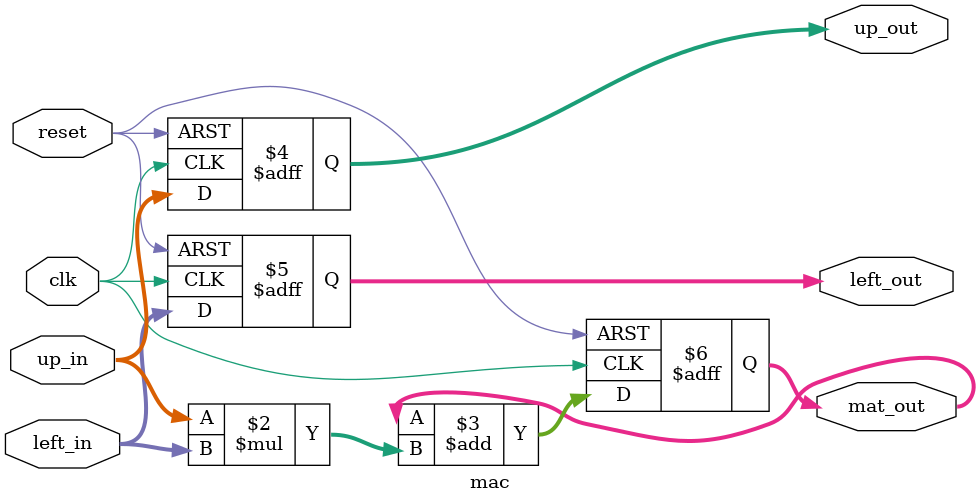
<source format=v>
module mac (
    input            clk,
    input            reset,
    input      [7:0] up_in,
    input      [7:0] left_in,
    output reg [7:0] up_out,
    output reg [7:0] left_out,
    output reg [7:0] mat_out
);
  // // Reg for bit shift offset, which ranges 0~8
  // reg[2:0]ShiftCount;
  // always @(*) begin
  //   if(reset) begin
  //     up_in = 8'b0;
  //   end
  //   else begin
  //     case(up_in)
  //       // shift 0 bits 
  //       (up_in >= 0 && up_in )
  //       // shift 1 bits
  //       // shift 2 bits
  //       // shift 3 bits
  //       // shift 4 bits
  //       // shift 5 bits
  //       // shift 6 bits
  //       // shift 7 bits
  //       // shift 8 bits
  //     endcase
  //   end
  // end
  always @(posedge clk or posedge reset) begin
    //  always @ (posedge clk) begin
    if (reset) begin
      up_out   <= 0;
      left_out <= 0;
      mat_out  <= 0;
    end else begin
      up_out   <= up_in;
      left_out <= left_in;
      mat_out  <= mat_out + up_in * left_in;
    end
  end

endmodule

</source>
